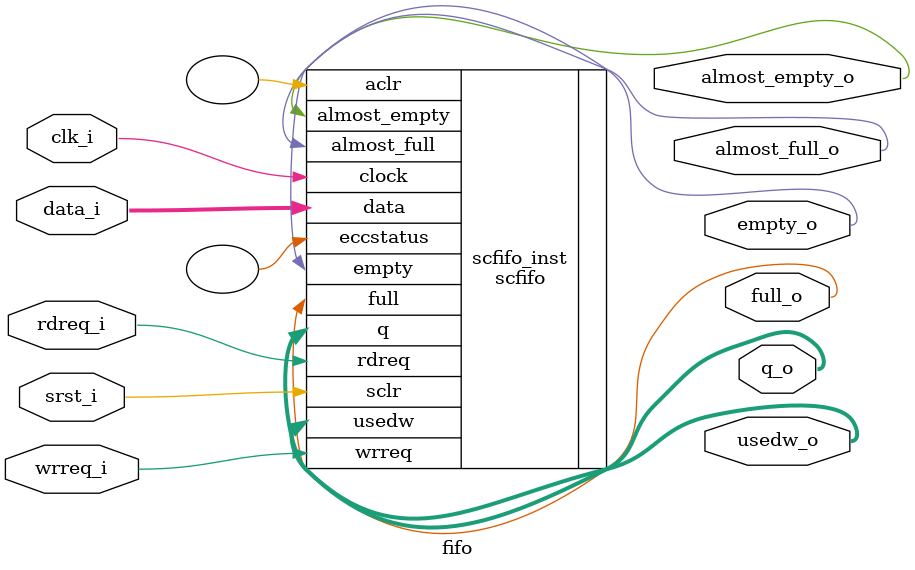
<source format=sv>
module fifo #(
  parameter DWIDTH             = 16,
  parameter AWIDTH             = 8,
  parameter SHOWAHEAD          = 1,
  parameter ALMOST_FULL_VALUE  = 240,
  parameter ALMOST_EMPTY_VALUE = 15,
  parameter REGISTER_OUTPUT    = 0
) (
  input  logic              clk_i,
  input  logic              srst_i,
  input  logic [DWIDTH-1:0] data_i,

  input  logic              wrreq_i,
  input  logic              rdreq_i,
  output logic [DWIDTH-1:0] q_o,
  output logic              empty_o,
  output logic              full_o,
  output logic [AWIDTH-1:0]   usedw_o,

  output logic              almost_full_o,  
  output logic              almost_empty_o
);

scfifo #(
  .add_ram_output_register ( "OFF"               ),
  .almost_empty_value      ( ALMOST_EMPTY_VALUE  ),
  .almost_full_value       ( ALMOST_FULL_VALUE   ),
  .intended_device_family  ( "Cyclone V"         ),
  .lpm_hint                ("RAM_BLOCK_TYPE=M10K"),
  .lpm_numwords            ( 2**AWIDTH           ),
  .lpm_showahead           ( "ON"                ),
  .lpm_type                ( "scfifo"            ),
  .lpm_width               ( DWIDTH              ),
  .lpm_widthu              ( AWIDTH              ),
  .overflow_checking       ( "ON"                ),
  .underflow_checking      ( "ON"                ),
  .use_eab                 ( "ON"                )
) scfifo_inst (
  .clock        ( clk_i          ),
  .data         ( data_i         ),
  .rdreq        ( rdreq_i        ),
  .sclr         ( srst_i         ),
  .wrreq        ( wrreq_i        ),
  .almost_empty ( almost_empty_o ),
  .almost_full  ( almost_full_o  ),
  .empty        ( empty_o        ),
  .full         ( full_o         ),
  .q            ( q_o            ),
  .usedw        ( usedw_o        ),
  .aclr         (                ),
  .eccstatus    (                )
);

endmodule

</source>
